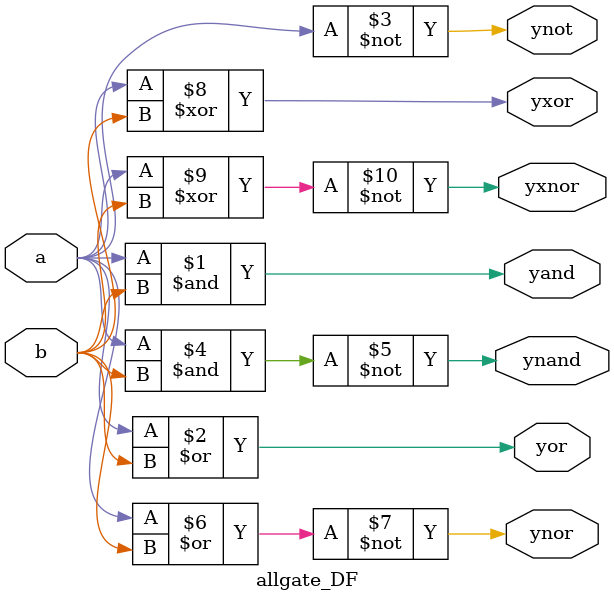
<source format=v>
module lab1(SW,LEDG,LEDR);
	input[17:0] SW;
	output[7:0] LEDG;
	output[17:0] LEDR;
	assign LEDR=SW;
	allgate_DF DUT(.a(SW[0]),.b(SW[1]),.yand(LEDG[6]),.yor(LEDG[5]),.ynot(LEDG[4]),.ynand(LEDG[3]),.ynor(LEDG[2]),.yxor(LEDG[1]),.yxnor(LEDG[0]));
endmodule

module allgate_DF ( a, b, yand,yor,ynot,ynand,ynor,yxor,yxnor );
input a,b;
output yand, yor, ynot, ynand, ynor, yxor, yxnor;

assign yand = a & b;		// AND Operation
assign yor = a | b;		// OR Operation
assign ynot = ~a ;		// NOT Operation
assign ynand = ~(a & b);	// NAND Operation
assign ynor = ~(a | b);		//NOR Operation
assign yxor = a ^ b;		//XOR Operation
assign yxnor =~(a^b);		//XNOR Operation
endmodule				// END of the module
</source>
